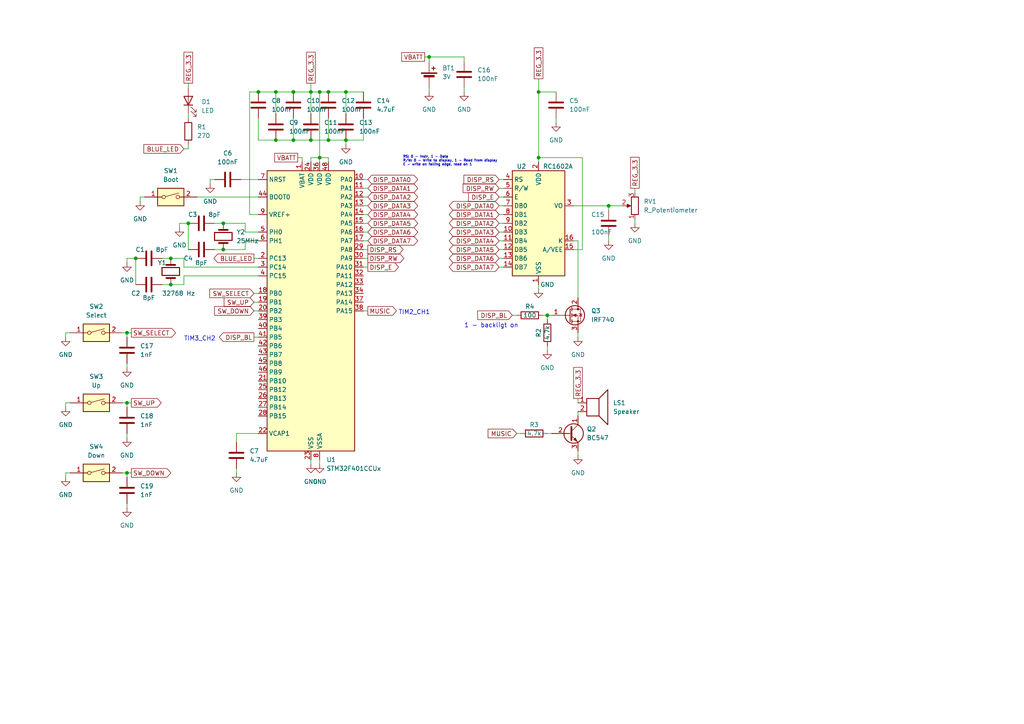
<source format=kicad_sch>
(kicad_sch (version 20230121) (generator eeschema)
  (paper "A4")
  (lib_symbols
    (symbol "Device:Battery_Cell" (pin_numbers hide) (pin_names (offset 0) hide)
      (property "Reference" "BT" (at 2.54 2.54 0))
      (property "Value" "Battery_Cell" (at 2.54 0 0))
      (symbol "Battery_Cell_0_1"
        (rectangle (start -2.286 1.778) (end 2.286 1.524) (fill (type outline)))
        (rectangle (start -1.524 1.016) (end 1.524 0.508) (fill (type outline)))
        (polyline (pts (xy 0 0.762) (xy 0 0)))
        (polyline (pts (xy 0 1.778) (xy 0 2.54)))
        (polyline (pts (xy 0.762 3.048) (xy 1.778 3.048)) (stroke (width 0.254)))
        (polyline (pts (xy 1.27 3.556) (xy 1.27 2.54)) (stroke (width 0.254)))
      )
      (symbol "Battery_Cell_1_1"
        (pin passive line (at 0 5.08 270) (length 2.54) (name "+") (number "1"))
        (pin passive line (at 0 -2.54 90) (length 2.54) (name "-") (number "2"))
      )
    )
    (symbol "Device:C" (pin_numbers hide) (pin_names (offset 0.254))
      (property "Reference" "C" (at 0.635 2.54 0))
      (property "Value" "C" (at 0.635 -2.54 0))
      (symbol "C_0_1"
        (polyline (pts (xy -2.032 -0.762) (xy 2.032 -0.762)) (stroke (width 0.508)))
        (polyline (pts (xy -2.032 0.762) (xy 2.032 0.762)) (stroke (width 0.508)))
      )
      (symbol "C_1_1"
        (pin passive line (at 0 3.81 270) (length 2.794) (name "~") (number "1"))
        (pin passive line (at 0 -3.81 90) (length 2.794) (name "~") (number "2"))
      )
    )
    (symbol "Device:Crystal" (pin_numbers hide) (pin_names (offset 1.016) hide)
      (property "Reference" "Y" (at 0 3.81 0))
      (property "Value" "Crystal" (at 0 -3.81 0))
      (symbol "Crystal_0_1"
        (rectangle (start -1.143 2.54) (end 1.143 -2.54) (stroke (width 0.3048)))
        (polyline (pts (xy -2.54 0) (xy -1.905 0)))
        (polyline (pts (xy -1.905 -1.27) (xy -1.905 1.27)) (stroke (width 0.508)))
        (polyline (pts (xy 1.905 -1.27) (xy 1.905 1.27)) (stroke (width 0.508)))
        (polyline (pts (xy 2.54 0) (xy 1.905 0)))
      )
      (symbol "Crystal_1_1"
        (pin passive line (at -3.81 0 0) (length 1.27) (name "1") (number "1"))
        (pin passive line (at 3.81 0 180) (length 1.27) (name "2") (number "2"))
      )
    )
    (symbol "Device:LED" (pin_numbers hide) (pin_names (offset 1.016) hide)
      (property "Reference" "D" (at 0 2.54 0))
      (property "Value" "LED" (at 0 -2.54 0))
      (symbol "LED_0_1"
        (polyline (pts (xy -1.27 -1.27) (xy -1.27 1.27)) (stroke (width 0.254)))
        (polyline (pts (xy -1.27 0) (xy 1.27 0)))
        (polyline (pts (xy 1.27 -1.27) (xy 1.27 1.27) (xy -1.27 0) (xy 1.27 -1.27)) (stroke (width 0.254)))
        (polyline (pts (xy -3.048 -0.762) (xy -4.572 -2.286) (xy -3.81 -2.286) (xy -4.572 -2.286) (xy -4.572 -1.524)))
        (polyline (pts (xy -1.778 -0.762) (xy -3.302 -2.286) (xy -2.54 -2.286) (xy -3.302 -2.286) (xy -3.302 -1.524)))
      )
      (symbol "LED_1_1"
        (pin passive line (at -3.81 0 0) (length 2.54) (name "K") (number "1"))
        (pin passive line (at 3.81 0 180) (length 2.54) (name "A") (number "2"))
      )
    )
    (symbol "Device:R" (pin_numbers hide) (pin_names (offset 0))
      (property "Reference" "R" (at 2.032 0 90))
      (property "Value" "R" (at 0 0 90))
      (symbol "R_0_1"
        (rectangle (start -1.016 -2.54) (end 1.016 2.54) (stroke (width 0.254)))
      )
      (symbol "R_1_1"
        (pin passive line (at 0 3.81 270) (length 1.27) (name "~") (number "1"))
        (pin passive line (at 0 -3.81 90) (length 1.27) (name "~") (number "2"))
      )
    )
    (symbol "Device:R_Potentiometer" (pin_names (offset 1.016) hide)
      (property "Reference" "RV" (at -4.445 0 90))
      (property "Value" "R_Potentiometer" (at -2.54 0 90))
      (symbol "R_Potentiometer_0_1"
        (polyline (pts (xy 2.54 0) (xy 1.524 0)))
        (polyline (pts (xy 1.143 0) (xy 2.286 0.508) (xy 2.286 -0.508) (xy 1.143 0)) (fill (type outline)))
        (rectangle (start 1.016 2.54) (end -1.016 -2.54) (stroke (width 0.254)))
      )
      (symbol "R_Potentiometer_1_1"
        (pin passive line (at 0 3.81 270) (length 1.27) (name "1") (number "1"))
        (pin passive line (at 3.81 0 180) (length 1.27) (name "2") (number "2"))
        (pin passive line (at 0 -3.81 90) (length 1.27) (name "3") (number "3"))
      )
    )
    (symbol "Device:Speaker" (pin_names (offset 0) hide)
      (property "Reference" "LS" (at 1.27 5.715 0))
      (property "Value" "Speaker" (at 1.27 3.81 0))
      (symbol "Speaker_0_0"
        (rectangle (start -2.54 1.27) (end 1.016 -3.81) (stroke (width 0.254)))
        (polyline (pts (xy 1.016 1.27) (xy 3.556 3.81) (xy 3.556 -6.35) (xy 1.016 -3.81)) (stroke (width 0.254)))
      )
      (symbol "Speaker_1_1"
        (pin input line (at -5.08 0 0) (length 2.54) (name "1") (number "1"))
        (pin input line (at -5.08 -2.54 0) (length 2.54) (name "2") (number "2"))
      )
    )
    (symbol "Display_Character:RC1602A"
      (property "Reference" "U" (at -6.35 16.51 0))
      (property "Value" "RC1602A" (at 2.794 16.51 0))
      (symbol "RC1602A_0_1"
        (rectangle (start -7.62 15.24) (end 7.62 -15.24) (stroke (width 0.254)) (fill (type background)))
      )
      (symbol "RC1602A_1_1"
        (pin power_in line (at 0 -17.78 90) (length 2.54) (name "VSS") (number "1"))
        (pin bidirectional line (at -10.16 -2.54 0) (length 2.54) (name "DB3") (number "10"))
        (pin bidirectional line (at -10.16 -5.08 0) (length 2.54) (name "DB4") (number "11"))
        (pin bidirectional line (at -10.16 -7.62 0) (length 2.54) (name "DB5") (number "12"))
        (pin bidirectional line (at -10.16 -10.16 0) (length 2.54) (name "DB6") (number "13"))
        (pin bidirectional line (at -10.16 -12.7 0) (length 2.54) (name "DB7") (number "14"))
        (pin power_in line (at 10.16 -7.62 180) (length 2.54) (name "A/VEE") (number "15"))
        (pin power_in line (at 10.16 -5.08 180) (length 2.54) (name "K") (number "16"))
        (pin power_in line (at 0 17.78 270) (length 2.54) (name "VDD") (number "2"))
        (pin power_in line (at 10.16 5.08 180) (length 2.54) (name "VO") (number "3"))
        (pin input line (at -10.16 12.7 0) (length 2.54) (name "RS") (number "4"))
        (pin input line (at -10.16 10.16 0) (length 2.54) (name "R/W") (number "5"))
        (pin input line (at -10.16 7.62 0) (length 2.54) (name "E") (number "6"))
        (pin bidirectional line (at -10.16 5.08 0) (length 2.54) (name "DB0") (number "7"))
        (pin bidirectional line (at -10.16 2.54 0) (length 2.54) (name "DB1") (number "8"))
        (pin bidirectional line (at -10.16 0 0) (length 2.54) (name "DB2") (number "9"))
      )
    )
    (symbol "MCU_ST_STM32F4:STM32F401CCUx"
      (property "Reference" "U" (at -12.7 41.91 0))
      (property "Value" "STM32F401CCUx" (at 7.62 41.91 0))
      (symbol "STM32F401CCUx_0_1"
        (rectangle (start -12.7 -40.64) (end 12.7 40.64) (stroke (width 0.254)) (fill (type background)))
      )
      (symbol "STM32F401CCUx_1_1"
        (pin power_in line (at -2.54 43.18 270) (length 2.54) (name "VBAT") (number "1"))
        (pin bidirectional line (at 15.24 38.1 180) (length 2.54) (name "PA0") (number "10"))
        (pin bidirectional line (at 15.24 35.56 180) (length 2.54) (name "PA1") (number "11"))
        (pin bidirectional line (at 15.24 33.02 180) (length 2.54) (name "PA2") (number "12"))
        (pin bidirectional line (at 15.24 30.48 180) (length 2.54) (name "PA3") (number "13"))
        (pin bidirectional line (at 15.24 27.94 180) (length 2.54) (name "PA4") (number "14"))
        (pin bidirectional line (at 15.24 25.4 180) (length 2.54) (name "PA5") (number "15"))
        (pin bidirectional line (at 15.24 22.86 180) (length 2.54) (name "PA6") (number "16"))
        (pin bidirectional line (at 15.24 20.32 180) (length 2.54) (name "PA7") (number "17"))
        (pin bidirectional line (at -15.24 5.08 0) (length 2.54) (name "PB0") (number "18"))
        (pin bidirectional line (at -15.24 2.54 0) (length 2.54) (name "PB1") (number "19"))
        (pin bidirectional line (at -15.24 15.24 0) (length 2.54) (name "PC13") (number "2"))
        (pin bidirectional line (at -15.24 0 0) (length 2.54) (name "PB2") (number "20"))
        (pin bidirectional line (at -15.24 -20.32 0) (length 2.54) (name "PB10") (number "21"))
        (pin power_out line (at -15.24 -35.56 0) (length 2.54) (name "VCAP1") (number "22"))
        (pin power_in line (at 0 -43.18 90) (length 2.54) (name "VSS") (number "23"))
        (pin power_in line (at 0 43.18 270) (length 2.54) (name "VDD") (number "24"))
        (pin bidirectional line (at -15.24 -22.86 0) (length 2.54) (name "PB12") (number "25"))
        (pin bidirectional line (at -15.24 -25.4 0) (length 2.54) (name "PB13") (number "26"))
        (pin bidirectional line (at -15.24 -27.94 0) (length 2.54) (name "PB14") (number "27"))
        (pin bidirectional line (at -15.24 -30.48 0) (length 2.54) (name "PB15") (number "28"))
        (pin bidirectional line (at 15.24 17.78 180) (length 2.54) (name "PA8") (number "29"))
        (pin bidirectional line (at -15.24 12.7 0) (length 2.54) (name "PC14") (number "3"))
        (pin bidirectional line (at 15.24 15.24 180) (length 2.54) (name "PA9") (number "30"))
        (pin bidirectional line (at 15.24 12.7 180) (length 2.54) (name "PA10") (number "31"))
        (pin bidirectional line (at 15.24 10.16 180) (length 2.54) (name "PA11") (number "32"))
        (pin bidirectional line (at 15.24 7.62 180) (length 2.54) (name "PA12") (number "33"))
        (pin bidirectional line (at 15.24 5.08 180) (length 2.54) (name "PA13") (number "34"))
        (pin passive line (at 0 -43.18 90) (length 2.54) hide (name "VSS") (number "35"))
        (pin power_in line (at 2.54 43.18 270) (length 2.54) (name "VDD") (number "36"))
        (pin bidirectional line (at 15.24 2.54 180) (length 2.54) (name "PA14") (number "37"))
        (pin bidirectional line (at 15.24 0 180) (length 2.54) (name "PA15") (number "38"))
        (pin bidirectional line (at -15.24 -2.54 0) (length 2.54) (name "PB3") (number "39"))
        (pin bidirectional line (at -15.24 10.16 0) (length 2.54) (name "PC15") (number "4"))
        (pin bidirectional line (at -15.24 -5.08 0) (length 2.54) (name "PB4") (number "40"))
        (pin bidirectional line (at -15.24 -7.62 0) (length 2.54) (name "PB5") (number "41"))
        (pin bidirectional line (at -15.24 -10.16 0) (length 2.54) (name "PB6") (number "42"))
        (pin bidirectional line (at -15.24 -12.7 0) (length 2.54) (name "PB7") (number "43"))
        (pin input line (at -15.24 33.02 0) (length 2.54) (name "BOOT0") (number "44"))
        (pin bidirectional line (at -15.24 -15.24 0) (length 2.54) (name "PB8") (number "45"))
        (pin bidirectional line (at -15.24 -17.78 0) (length 2.54) (name "PB9") (number "46"))
        (pin passive line (at 0 -43.18 90) (length 2.54) hide (name "VSS") (number "47"))
        (pin power_in line (at 5.08 43.18 270) (length 2.54) (name "VDD") (number "48"))
        (pin passive line (at 0 -43.18 90) (length 2.54) hide (name "VSS") (number "49"))
        (pin bidirectional line (at -15.24 22.86 0) (length 2.54) (name "PH0") (number "5"))
        (pin bidirectional line (at -15.24 20.32 0) (length 2.54) (name "PH1") (number "6"))
        (pin input line (at -15.24 38.1 0) (length 2.54) (name "NRST") (number "7"))
        (pin power_in line (at 2.54 -43.18 90) (length 2.54) (name "VSSA") (number "8"))
        (pin input line (at -15.24 27.94 0) (length 2.54) (name "VREF+") (number "9"))
      )
    )
    (symbol "Switch:SW_DIP_x01" (pin_names (offset 0) hide)
      (property "Reference" "SW" (at 0 3.81 0))
      (property "Value" "SW_DIP_x01" (at 0 -3.81 0))
      (symbol "SW_DIP_x01_0_0"
        (circle (center -2.032 0) (radius 0.508))
        (polyline (pts (xy -1.524 0.127) (xy 2.3622 1.1684)))
        (circle (center 2.032 0) (radius 0.508))
      )
      (symbol "SW_DIP_x01_0_1"
        (rectangle (start -3.81 2.54) (end 3.81 -2.54) (stroke (width 0.254)) (fill (type background)))
      )
      (symbol "SW_DIP_x01_1_1"
        (pin passive line (at -7.62 0 0) (length 5.08) (name "~") (number "1"))
        (pin passive line (at 7.62 0 180) (length 5.08) (name "~") (number "2"))
      )
    )
    (symbol "Transistor_BJT:BC547" (pin_names (offset 0) hide)
      (property "Reference" "Q" (at 5.08 1.905 0))
      (property "Value" "BC547" (at 5.08 0 0))
      (symbol "BC547_0_1"
        (polyline (pts (xy 0 0) (xy 0.635 0)))
        (polyline (pts (xy 0.635 0.635) (xy 2.54 2.54)))
        (polyline (pts (xy 0.635 -0.635) (xy 2.54 -2.54) (xy 2.54 -2.54)))
        (polyline (pts (xy 0.635 1.905) (xy 0.635 -1.905) (xy 0.635 -1.905)) (stroke (width 0.508)))
        (polyline (pts (xy 1.27 -1.778) (xy 1.778 -1.27) (xy 2.286 -2.286) (xy 1.27 -1.778) (xy 1.27 -1.778)) (fill (type outline)))
        (circle (center 1.27 0) (radius 2.8194) (stroke (width 0.254)))
      )
      (symbol "BC547_1_1"
        (pin passive line (at 2.54 5.08 270) (length 2.54) (name "C") (number "1"))
        (pin input line (at -5.08 0 0) (length 5.08) (name "B") (number "2"))
        (pin passive line (at 2.54 -5.08 90) (length 2.54) (name "E") (number "3"))
      )
    )
    (symbol "Transistor_FET:IRF740" (pin_names hide)
      (property "Reference" "Q" (at 6.35 1.905 0))
      (property "Value" "IRF740" (at 6.35 0 0))
      (symbol "IRF740_0_1"
        (polyline (pts (xy 0.254 0) (xy -2.54 0)))
        (polyline (pts (xy 0.254 1.905) (xy 0.254 -1.905)) (stroke (width 0.254)))
        (polyline (pts (xy 0.762 -1.27) (xy 0.762 -2.286)) (stroke (width 0.254)))
        (polyline (pts (xy 0.762 0.508) (xy 0.762 -0.508)) (stroke (width 0.254)))
        (polyline (pts (xy 0.762 2.286) (xy 0.762 1.27)) (stroke (width 0.254)))
        (polyline (pts (xy 2.54 2.54) (xy 2.54 1.778)))
        (polyline (pts (xy 2.54 -2.54) (xy 2.54 0) (xy 0.762 0)))
        (polyline (pts (xy 0.762 -1.778) (xy 3.302 -1.778) (xy 3.302 1.778) (xy 0.762 1.778)))
        (polyline (pts (xy 1.016 0) (xy 2.032 0.381) (xy 2.032 -0.381) (xy 1.016 0)) (fill (type outline)))
        (polyline (pts (xy 2.794 0.508) (xy 2.921 0.381) (xy 3.683 0.381) (xy 3.81 0.254)))
        (polyline (pts (xy 3.302 0.381) (xy 2.921 -0.254) (xy 3.683 -0.254) (xy 3.302 0.381)))
        (circle (center 1.651 0) (radius 2.794) (stroke (width 0.254)))
        (circle (center 2.54 -1.778) (radius 0.254) (fill (type outline)))
        (circle (center 2.54 1.778) (radius 0.254) (fill (type outline)))
      )
      (symbol "IRF740_1_1"
        (pin input line (at -5.08 0 0) (length 2.54) (name "G") (number "1"))
        (pin passive line (at 2.54 5.08 270) (length 2.54) (name "D") (number "2"))
        (pin passive line (at 2.54 -5.08 90) (length 2.54) (name "S") (number "3"))
      )
    )
    (symbol "power:GND" (power) (pin_names (offset 0))
      (property "Value" "GND" (at 0 -3.81 0))
      (symbol "GND_0_1"
        (polyline (pts (xy 0 0) (xy 0 -1.27) (xy 1.27 -1.27) (xy 0 -2.54) (xy -1.27 -1.27) (xy 0 -1.27)))
      )
      (symbol "GND_1_1"
        (pin power_in line (at 0 0 270) (length 0) hide (name "GND") (number "1"))
      )
    )
  )
  (junction (at 92.71 26.67))
  (junction (at 100.33 26.67))
  (junction (at 80.01 26.67))
  (junction (at 49.53 82.55))
  (junction (at 156.21 45.72))
  (junction (at 64.77 72.39))
  (junction (at 54.61 64.77))
  (junction (at 92.71 45.72))
  (junction (at 36.83 96.52))
  (junction (at 85.09 26.67))
  (junction (at 158.75 91.44))
  (junction (at 49.53 74.93))
  (junction (at 90.17 40.64))
  (junction (at 85.09 40.64))
  (junction (at 90.17 26.67))
  (junction (at 124.46 16.51))
  (junction (at 74.93 26.67))
  (junction (at 36.83 137.16))
  (junction (at 80.01 40.64))
  (junction (at 64.77 64.77))
  (junction (at 39.37 74.93))
  (junction (at 176.53 59.69))
  (junction (at 100.33 40.64))
  (junction (at 156.21 26.67))
  (junction (at 95.25 26.67))
  (junction (at 95.25 40.64))
  (junction (at 36.83 116.84))
  (wire (pts (xy 19.05 116.84) (xy 20.32 116.84)))
  (wire (pts (xy 46.99 82.55) (xy 49.53 82.55)))
  (wire (pts (xy 144.78 52.07) (xy 146.05 52.07)))
  (wire (pts (xy 168.91 72.39) (xy 168.91 45.72)))
  (wire (pts (xy 92.71 133.35) (xy 92.71 134.62)))
  (wire (pts (xy 90.17 133.35) (xy 90.17 134.62)))
  (wire (pts (xy 144.78 69.85) (xy 146.05 69.85)))
  (wire (pts (xy 74.93 34.29) (xy 74.93 40.64)))
  (wire (pts (xy 72.39 26.67) (xy 72.39 62.23)))
  (wire (pts (xy 19.05 137.16) (xy 20.32 137.16)))
  (wire (pts (xy 148.59 91.44) (xy 149.86 91.44)))
  (wire (pts (xy 105.41 59.69) (xy 106.68 59.69)))
  (wire (pts (xy 166.37 59.69) (xy 176.53 59.69)))
  (wire (pts (xy 36.83 74.93) (xy 39.37 74.93)))
  (wire (pts (xy 19.05 138.43) (xy 19.05 137.16)))
  (wire (pts (xy 92.71 26.67) (xy 95.25 26.67)))
  (wire (pts (xy 184.15 54.61) (xy 184.15 55.88)))
  (wire (pts (xy 73.66 97.79) (xy 74.93 97.79)))
  (wire (pts (xy 144.78 72.39) (xy 146.05 72.39)))
  (wire (pts (xy 105.41 52.07) (xy 106.68 52.07)))
  (wire (pts (xy 100.33 26.67) (xy 100.33 33.02)))
  (wire (pts (xy 68.58 135.89) (xy 68.58 137.16)))
  (wire (pts (xy 74.93 67.31) (xy 71.12 67.31)))
  (wire (pts (xy 176.53 59.69) (xy 176.53 60.96)))
  (wire (pts (xy 90.17 45.72) (xy 92.71 45.72)))
  (wire (pts (xy 36.83 105.41) (xy 36.83 106.68)))
  (wire (pts (xy 85.09 34.29) (xy 85.09 40.64)))
  (wire (pts (xy 90.17 26.67) (xy 90.17 33.02)))
  (wire (pts (xy 40.64 58.42) (xy 40.64 57.15)))
  (wire (pts (xy 144.78 57.15) (xy 146.05 57.15)))
  (wire (pts (xy 134.62 16.51) (xy 134.62 17.78)))
  (wire (pts (xy 167.64 130.81) (xy 167.64 132.08)))
  (wire (pts (xy 36.83 125.73) (xy 36.83 127)))
  (wire (pts (xy 156.21 26.67) (xy 156.21 45.72)))
  (wire (pts (xy 73.66 74.93) (xy 74.93 74.93)))
  (wire (pts (xy 74.93 80.01) (xy 53.34 80.01)))
  (wire (pts (xy 144.78 62.23) (xy 146.05 62.23)))
  (wire (pts (xy 36.83 137.16) (xy 38.1 137.16)))
  (wire (pts (xy 92.71 26.67) (xy 92.71 45.72)))
  (wire (pts (xy 184.15 63.5) (xy 184.15 64.77)))
  (wire (pts (xy 73.66 85.09) (xy 74.93 85.09)))
  (wire (pts (xy 19.05 118.11) (xy 19.05 116.84)))
  (wire (pts (xy 36.83 118.11) (xy 36.83 116.84)))
  (wire (pts (xy 73.66 87.63) (xy 74.93 87.63)))
  (wire (pts (xy 71.12 67.31) (xy 71.12 64.77)))
  (wire (pts (xy 149.86 125.73) (xy 151.13 125.73)))
  (wire (pts (xy 168.91 45.72) (xy 156.21 45.72)))
  (wire (pts (xy 62.23 72.39) (xy 64.77 72.39)))
  (wire (pts (xy 144.78 64.77) (xy 146.05 64.77)))
  (wire (pts (xy 36.83 97.79) (xy 36.83 96.52)))
  (wire (pts (xy 166.37 72.39) (xy 168.91 72.39)))
  (wire (pts (xy 69.85 52.07) (xy 74.93 52.07)))
  (wire (pts (xy 105.41 67.31) (xy 106.68 67.31)))
  (wire (pts (xy 36.83 76.2) (xy 36.83 74.93)))
  (wire (pts (xy 36.83 116.84) (xy 35.56 116.84)))
  (wire (pts (xy 62.23 64.77) (xy 64.77 64.77)))
  (wire (pts (xy 19.05 97.79) (xy 19.05 96.52)))
  (wire (pts (xy 54.61 64.77) (xy 54.61 72.39)))
  (wire (pts (xy 90.17 26.67) (xy 92.71 26.67)))
  (wire (pts (xy 60.96 52.07) (xy 62.23 52.07)))
  (wire (pts (xy 71.12 69.85) (xy 71.12 72.39)))
  (wire (pts (xy 144.78 67.31) (xy 146.05 67.31)))
  (wire (pts (xy 124.46 25.4) (xy 124.46 26.67)))
  (wire (pts (xy 156.21 26.67) (xy 161.29 26.67)))
  (wire (pts (xy 90.17 45.72) (xy 90.17 46.99)))
  (wire (pts (xy 57.15 57.15) (xy 74.93 57.15)))
  (wire (pts (xy 105.41 57.15) (xy 106.68 57.15)))
  (wire (pts (xy 105.41 69.85) (xy 106.68 69.85)))
  (wire (pts (xy 52.07 64.77) (xy 54.61 64.77)))
  (wire (pts (xy 100.33 26.67) (xy 105.41 26.67)))
  (wire (pts (xy 71.12 64.77) (xy 64.77 64.77)))
  (wire (pts (xy 124.46 16.51) (xy 123.19 16.51)))
  (wire (pts (xy 72.39 26.67) (xy 74.93 26.67)))
  (wire (pts (xy 85.09 26.67) (xy 90.17 26.67)))
  (wire (pts (xy 80.01 40.64) (xy 85.09 40.64)))
  (wire (pts (xy 36.83 96.52) (xy 35.56 96.52)))
  (wire (pts (xy 54.61 43.18) (xy 54.61 41.91)))
  (wire (pts (xy 105.41 90.17) (xy 106.68 90.17)))
  (wire (pts (xy 40.64 57.15) (xy 41.91 57.15)))
  (wire (pts (xy 105.41 64.77) (xy 106.68 64.77)))
  (wire (pts (xy 158.75 92.71) (xy 158.75 91.44)))
  (wire (pts (xy 124.46 16.51) (xy 134.62 16.51)))
  (wire (pts (xy 134.62 25.4) (xy 134.62 26.67)))
  (wire (pts (xy 53.34 77.47) (xy 53.34 74.93)))
  (wire (pts (xy 144.78 77.47) (xy 146.05 77.47)))
  (wire (pts (xy 95.25 34.29) (xy 95.25 40.64)))
  (wire (pts (xy 68.58 125.73) (xy 74.93 125.73)))
  (wire (pts (xy 176.53 68.58) (xy 176.53 69.85)))
  (wire (pts (xy 53.34 43.18) (xy 54.61 43.18)))
  (wire (pts (xy 92.71 45.72) (xy 95.25 45.72)))
  (wire (pts (xy 100.33 40.64) (xy 105.41 40.64)))
  (wire (pts (xy 167.64 96.52) (xy 167.64 97.79)))
  (wire (pts (xy 167.64 69.85) (xy 166.37 69.85)))
  (wire (pts (xy 156.21 22.86) (xy 156.21 26.67)))
  (wire (pts (xy 52.07 66.04) (xy 52.07 64.77)))
  (wire (pts (xy 36.83 137.16) (xy 35.56 137.16)))
  (wire (pts (xy 74.93 69.85) (xy 71.12 69.85)))
  (wire (pts (xy 36.83 138.43) (xy 36.83 137.16)))
  (wire (pts (xy 157.48 91.44) (xy 158.75 91.44)))
  (wire (pts (xy 95.25 45.72) (xy 95.25 46.99)))
  (wire (pts (xy 87.63 45.72) (xy 87.63 46.99)))
  (wire (pts (xy 46.99 74.93) (xy 49.53 74.93)))
  (wire (pts (xy 144.78 74.93) (xy 146.05 74.93)))
  (wire (pts (xy 85.09 40.64) (xy 90.17 40.64)))
  (wire (pts (xy 90.17 24.13) (xy 90.17 26.67)))
  (wire (pts (xy 124.46 17.78) (xy 124.46 16.51)))
  (wire (pts (xy 95.25 26.67) (xy 100.33 26.67)))
  (wire (pts (xy 144.78 59.69) (xy 146.05 59.69)))
  (wire (pts (xy 53.34 80.01) (xy 53.34 82.55)))
  (wire (pts (xy 68.58 128.27) (xy 68.58 125.73)))
  (wire (pts (xy 60.96 53.34) (xy 60.96 52.07)))
  (wire (pts (xy 86.36 45.72) (xy 87.63 45.72)))
  (wire (pts (xy 156.21 45.72) (xy 156.21 46.99)))
  (wire (pts (xy 36.83 116.84) (xy 38.1 116.84)))
  (wire (pts (xy 53.34 82.55) (xy 49.53 82.55)))
  (wire (pts (xy 158.75 91.44) (xy 160.02 91.44)))
  (wire (pts (xy 74.93 62.23) (xy 72.39 62.23)))
  (wire (pts (xy 54.61 24.13) (xy 54.61 25.4)))
  (wire (pts (xy 80.01 26.67) (xy 80.01 33.02)))
  (wire (pts (xy 105.41 77.47) (xy 106.68 77.47)))
  (wire (pts (xy 156.21 82.55) (xy 156.21 83.82)))
  (wire (pts (xy 105.41 62.23) (xy 106.68 62.23)))
  (wire (pts (xy 144.78 54.61) (xy 146.05 54.61)))
  (wire (pts (xy 105.41 40.64) (xy 105.41 34.29)))
  (wire (pts (xy 167.64 69.85) (xy 167.64 86.36)))
  (wire (pts (xy 158.75 125.73) (xy 160.02 125.73)))
  (wire (pts (xy 73.66 90.17) (xy 74.93 90.17)))
  (wire (pts (xy 39.37 74.93) (xy 39.37 82.55)))
  (wire (pts (xy 74.93 40.64) (xy 80.01 40.64)))
  (wire (pts (xy 74.93 77.47) (xy 53.34 77.47)))
  (wire (pts (xy 105.41 54.61) (xy 106.68 54.61)))
  (wire (pts (xy 100.33 40.64) (xy 100.33 41.91)))
  (wire (pts (xy 161.29 34.29) (xy 161.29 35.56)))
  (wire (pts (xy 105.41 74.93) (xy 106.68 74.93)))
  (wire (pts (xy 53.34 74.93) (xy 49.53 74.93)))
  (wire (pts (xy 176.53 59.69) (xy 180.34 59.69)))
  (wire (pts (xy 54.61 33.02) (xy 54.61 34.29)))
  (wire (pts (xy 158.75 100.33) (xy 158.75 101.6)))
  (wire (pts (xy 92.71 45.72) (xy 92.71 46.99)))
  (wire (pts (xy 80.01 26.67) (xy 85.09 26.67)))
  (wire (pts (xy 167.64 119.38) (xy 167.64 120.65)))
  (wire (pts (xy 105.41 72.39) (xy 106.68 72.39)))
  (wire (pts (xy 95.25 40.64) (xy 100.33 40.64)))
  (wire (pts (xy 36.83 96.52) (xy 38.1 96.52)))
  (wire (pts (xy 71.12 72.39) (xy 64.77 72.39)))
  (wire (pts (xy 36.83 146.05) (xy 36.83 147.32)))
  (wire (pts (xy 74.93 26.67) (xy 80.01 26.67)))
  (wire (pts (xy 167.64 115.57) (xy 167.64 116.84)))
  (wire (pts (xy 19.05 96.52) (xy 20.32 96.52)))
  (wire (pts (xy 90.17 40.64) (xy 95.25 40.64)))
  (text "RS: 0 - Instr, 1 - Data\nR/W: 0 - Write to display, 1 - Read from display\nE - write on falling edge, read on 1" (at 116.84 48.26 0) (effects (font (size 0.7 0.7)) (justify left bottom)))
  (text "TIM2_CH1" (at 115.57 91.44 0) (effects (font (size 1.27 1.27)) (justify left bottom)))
  (text "TIM3_CH2" (at 53.34 99.06 0) (effects (font (size 1.27 1.27)) (justify left bottom)))
  (text "1 - backligt on" (at 134.62 95.25 0) (effects (font (size 1.27 1.27)) (justify left bottom)))
  (global_label "MUSIC" (shape output) (at 106.68 90.17 0) (property "Intersheetrefs" "${INTERSHEET_REFS}" (effects hide)))
  (global_label "DISP_DATA7" (shape bidirectional) (at 106.68 69.85 0) (property "Intersheetrefs" "${INTERSHEET_REFS}" (effects hide)))
  (global_label "REG_3.3" (shape passive) (at 90.17 24.13 90) (property "Intersheetrefs" "${INTERSHEET_REFS}" (effects hide)))
  (global_label "DISP_E" (shape output) (at 106.68 77.47 0) (property "Intersheetrefs" "${INTERSHEET_REFS}" (effects hide)))
  (global_label "MUSIC" (shape input) (at 149.86 125.73 180) (property "Intersheetrefs" "${INTERSHEET_REFS}" (effects hide)))
  (global_label "DISP_DATA7" (shape bidirectional) (at 144.78 77.47 180) (property "Intersheetrefs" "${INTERSHEET_REFS}" (effects hide)))
  (global_label "SW_SELECT" (shape input) (at 73.66 85.09 180) (property "Intersheetrefs" "${INTERSHEET_REFS}" (effects hide)))
  (global_label "DISP_DATA5" (shape bidirectional) (at 144.78 72.39 180) (property "Intersheetrefs" "${INTERSHEET_REFS}" (effects hide)))
  (global_label "REG_3.3" (shape passive) (at 184.15 54.61 90) (property "Intersheetrefs" "${INTERSHEET_REFS}" (effects hide)))
  (global_label "DISP_DATA1" (shape bidirectional) (at 144.78 62.23 180) (property "Intersheetrefs" "${INTERSHEET_REFS}" (effects hide)))
  (global_label "DISP_DATA1" (shape bidirectional) (at 106.68 54.61 0) (property "Intersheetrefs" "${INTERSHEET_REFS}" (effects hide)))
  (global_label "DISP_RS" (shape output) (at 106.68 72.39 0) (property "Intersheetrefs" "${INTERSHEET_REFS}" (effects hide)))
  (global_label "VBATT" (shape passive) (at 86.36 45.72 180) (property "Intersheetrefs" "${INTERSHEET_REFS}" (effects hide)))
  (global_label "SW_UP" (shape output) (at 38.1 116.84 0) (property "Intersheetrefs" "${INTERSHEET_REFS}" (effects hide)))
  (global_label "REG_3.3" (shape passive) (at 54.61 24.13 90) (property "Intersheetrefs" "${INTERSHEET_REFS}" (effects hide)))
  (global_label "DISP_E" (shape input) (at 144.78 57.15 180) (property "Intersheetrefs" "${INTERSHEET_REFS}" (effects hide)))
  (global_label "REG_3.3" (shape passive) (at 167.64 115.57 90) (property "Intersheetrefs" "${INTERSHEET_REFS}" (effects hide)))
  (global_label "BLUE_LED" (shape output) (at 73.66 74.93 180) (property "Intersheetrefs" "${INTERSHEET_REFS}" (effects hide)))
  (global_label "DISP_RS" (shape input) (at 144.78 52.07 180) (property "Intersheetrefs" "${INTERSHEET_REFS}" (effects hide)))
  (global_label "DISP_DATA2" (shape bidirectional) (at 144.78 64.77 180) (property "Intersheetrefs" "${INTERSHEET_REFS}" (effects hide)))
  (global_label "SW_SELECT" (shape output) (at 38.1 96.52 0) (property "Intersheetrefs" "${INTERSHEET_REFS}" (effects hide)))
  (global_label "DISP_RW" (shape output) (at 106.68 74.93 0) (property "Intersheetrefs" "${INTERSHEET_REFS}" (effects hide)))
  (global_label "REG_3.3" (shape passive) (at 156.21 22.86 90) (property "Intersheetrefs" "${INTERSHEET_REFS}" (effects hide)))
  (global_label "DISP_DATA4" (shape bidirectional) (at 144.78 69.85 180) (property "Intersheetrefs" "${INTERSHEET_REFS}" (effects hide)))
  (global_label "DISP_DATA6" (shape bidirectional) (at 106.68 67.31 0) (property "Intersheetrefs" "${INTERSHEET_REFS}" (effects hide)))
  (global_label "DISP_BL" (shape input) (at 148.59 91.44 180) (property "Intersheetrefs" "${INTERSHEET_REFS}" (effects hide)))
  (global_label "DISP_DATA2" (shape bidirectional) (at 106.68 57.15 0) (property "Intersheetrefs" "${INTERSHEET_REFS}" (effects hide)))
  (global_label "DISP_DATA5" (shape bidirectional) (at 106.68 64.77 0) (property "Intersheetrefs" "${INTERSHEET_REFS}" (effects hide)))
  (global_label "SW_DOWN" (shape output) (at 38.1 137.16 0) (property "Intersheetrefs" "${INTERSHEET_REFS}" (effects hide)))
  (global_label "DISP_DATA3" (shape bidirectional) (at 144.78 67.31 180) (property "Intersheetrefs" "${INTERSHEET_REFS}" (effects hide)))
  (global_label "SW_UP" (shape input) (at 73.66 87.63 180) (property "Intersheetrefs" "${INTERSHEET_REFS}" (effects hide)))
  (global_label "DISP_DATA6" (shape bidirectional) (at 144.78 74.93 180) (property "Intersheetrefs" "${INTERSHEET_REFS}" (effects hide)))
  (global_label "DISP_DATA4" (shape bidirectional) (at 106.68 62.23 0) (property "Intersheetrefs" "${INTERSHEET_REFS}" (effects hide)))
  (global_label "SW_DOWN" (shape input) (at 73.66 90.17 180) (property "Intersheetrefs" "${INTERSHEET_REFS}" (effects hide)))
  (global_label "DISP_DATA0" (shape bidirectional) (at 106.68 52.07 0) (property "Intersheetrefs" "${INTERSHEET_REFS}" (effects hide)))
  (global_label "DISP_BL" (shape output) (at 73.66 97.79 180) (property "Intersheetrefs" "${INTERSHEET_REFS}" (effects hide)))
  (global_label "DISP_DATA3" (shape bidirectional) (at 106.68 59.69 0) (property "Intersheetrefs" "${INTERSHEET_REFS}" (effects hide)))
  (global_label "BLUE_LED" (shape input) (at 53.34 43.18 180) (property "Intersheetrefs" "${INTERSHEET_REFS}" (effects hide)))
  (global_label "VBATT" (shape passive) (at 123.19 16.51 180) (property "Intersheetrefs" "${INTERSHEET_REFS}" (effects hide)))
  (global_label "DISP_DATA0" (shape bidirectional) (at 144.78 59.69 180) (property "Intersheetrefs" "${INTERSHEET_REFS}" (effects hide)))
  (global_label "DISP_RW" (shape input) (at 144.78 54.61 180) (property "Intersheetrefs" "${INTERSHEET_REFS}" (effects hide)))
  (symbol (lib_id "Device:Speaker") (at 172.72 116.84 0) (unit 1)
    (property "Reference" "LS1" (at 177.8 116.84 0) (effects (justify left)))
    (property "Value" "Speaker" (at 177.8 119.38 0) (effects (justify left)))
  )
  (symbol (lib_id "Device:Crystal") (at 64.77 68.58 90) (unit 1)
    (property "Reference" "Y2" (at 68.58 67.31 90) (effects (justify right)))
    (property "Value" "25MHz" (at 68.58 69.85 90) (effects (justify right)))
  )
  (symbol (lib_id "Device:C") (at 134.62 21.59 0) (unit 1)
    (property "Reference" "C16" (at 138.43 20.32 0) (effects (justify left)))
    (property "Value" "100nF" (at 138.43 22.86 0) (effects (justify left)))
  )
  (symbol (lib_id "Device:C") (at 36.83 142.24 0) (unit 1)
    (property "Reference" "C19" (at 40.64 140.97 0) (effects (justify left)))
    (property "Value" "1nF" (at 40.64 143.51 0) (effects (justify left)))
  )
  (symbol (lib_id "Switch:SW_DIP_x01") (at 27.94 96.52 0) (unit 1)
    (property "Reference" "SW2" (at 27.94 88.9 0))
    (property "Value" "Select" (at 27.94 91.44 0))
  )
  (symbol (lib_id "Device:C") (at 105.41 30.48 0) (unit 1)
    (property "Reference" "C14" (at 109.22 29.21 0) (effects (justify left)))
    (property "Value" "4.7uF" (at 109.22 31.75 0) (effects (justify left)))
  )
  (symbol (lib_id "power:GND") (at 161.29 35.56 0) (unit 1)
    (property "Reference" "#PWR011" (effects hide))
    (property "Value" "GND" (at 161.29 40.64 0))
  )
  (symbol (lib_id "power:GND") (at 36.83 76.2 0) (unit 1)
    (property "Reference" "#PWR01" (effects hide))
    (property "Value" "GND" (at 36.83 81.28 0))
  )
  (symbol (lib_id "Device:R") (at 153.67 91.44 90) (unit 1)
    (property "Reference" "R4" (at 153.67 88.9 90))
    (property "Value" "100" (at 153.67 91.44 90))
  )
  (symbol (lib_id "Device:R_Potentiometer") (at 184.15 59.69 180) (unit 1)
    (property "Reference" "RV1" (at 186.69 58.42 0) (effects (justify right)))
    (property "Value" "R_Potentiometer" (at 186.69 60.96 0) (effects (justify right)))
  )
  (symbol (lib_id "power:GND") (at 19.05 138.43 0) (unit 1)
    (property "Reference" "#PWR022" (effects hide))
    (property "Value" "GND" (at 19.05 143.51 0))
  )
  (symbol (lib_id "Device:Battery_Cell") (at 124.46 22.86 0) (unit 1)
    (property "Reference" "BT1" (at 128.27 19.7485 0) (effects (justify left)))
    (property "Value" "3V" (at 128.27 22.2885 0) (effects (justify left)))
  )
  (symbol (lib_id "Transistor_FET:IRF740") (at 165.1 91.44 0) (unit 1)
    (property "Reference" "Q3" (at 171.45 90.17 0) (effects (justify left)))
    (property "Value" "IRF740" (at 171.45 92.71 0) (effects (justify left)))
    (property "Footprint" "Package_TO_SOT_THT:TO-220-3_Vertical" (effects hide))
    (property "Datasheet" "http://www.vishay.com/docs/91054/91054.pdf" (effects hide))
  )
  (symbol (lib_id "power:GND") (at 19.05 118.11 0) (unit 1)
    (property "Reference" "#PWR020" (effects hide))
    (property "Value" "GND" (at 19.05 123.19 0))
  )
  (symbol (lib_id "power:GND") (at 36.83 127 0) (unit 1)
    (property "Reference" "#PWR021" (effects hide))
    (property "Value" "GND" (at 36.83 132.08 0))
  )
  (symbol (lib_id "Device:LED") (at 54.61 29.21 90) (unit 1)
    (property "Reference" "D1" (at 58.42 29.5275 90) (effects (justify right)))
    (property "Value" "LED" (at 58.42 32.0675 90) (effects (justify right)))
  )
  (symbol (lib_id "Device:C") (at 80.01 36.83 0) (unit 1)
    (property "Reference" "C9" (at 83.82 35.56 0) (effects (justify left)))
    (property "Value" "100nF" (at 83.82 38.1 0) (effects (justify left)))
  )
  (symbol (lib_id "Device:Crystal") (at 49.53 78.74 90) (unit 1)
    (property "Reference" "Y1" (at 45.72 76.2 90) (effects (justify right)))
    (property "Value" "32768 Hz" (at 46.99 85.09 90) (effects (justify right)))
  )
  (symbol (lib_id "Device:C") (at 85.09 30.48 0) (unit 1)
    (property "Reference" "C10" (at 88.9 29.21 0) (effects (justify left)))
    (property "Value" "100nF" (at 88.9 31.75 0) (effects (justify left)))
  )
  (symbol (lib_id "power:GND") (at 36.83 147.32 0) (unit 1)
    (property "Reference" "#PWR023" (effects hide))
    (property "Value" "GND" (at 36.83 152.4 0))
  )
  (symbol (lib_id "power:GND") (at 100.33 41.91 0) (unit 1)
    (property "Reference" "#PWR010" (effects hide))
    (property "Value" "GND" (at 100.33 46.99 0))
  )
  (symbol (lib_id "Transistor_BJT:BC547") (at 165.1 125.73 0) (unit 1)
    (property "Reference" "Q2" (at 170.18 124.46 0) (effects (justify left)))
    (property "Value" "BC547" (at 170.18 127 0) (effects (justify left)))
    (property "Footprint" "Package_TO_SOT_THT:TO-92_Inline" (effects hide))
    (property "Datasheet" "https://www.onsemi.com/pub/Collateral/BC550-D.pdf" (effects hide))
  )
  (symbol (lib_id "Switch:SW_DIP_x01") (at 49.53 57.15 0) (unit 1)
    (property "Reference" "SW1" (at 49.53 49.53 0))
    (property "Value" "Boot" (at 49.53 52.07 0))
  )
  (symbol (lib_id "Device:R") (at 158.75 96.52 180) (unit 1)
    (property "Reference" "R2" (at 156.21 96.52 90))
    (property "Value" "4.7k" (at 158.75 96.52 90))
  )
  (symbol (lib_id "Switch:SW_DIP_x01") (at 27.94 137.16 0) (unit 1)
    (property "Reference" "SW4" (at 27.94 129.54 0))
    (property "Value" "Down" (at 27.94 132.08 0))
  )
  (symbol (lib_id "Device:C") (at 100.33 36.83 0) (unit 1)
    (property "Reference" "C13" (at 104.14 35.56 0) (effects (justify left)))
    (property "Value" "100nF" (at 104.14 38.1 0) (effects (justify left)))
  )
  (symbol (lib_id "power:GND") (at 52.07 66.04 0) (unit 1)
    (property "Reference" "#PWR04" (effects hide))
    (property "Value" "GND" (at 52.07 71.12 0))
  )
  (symbol (lib_id "Device:C") (at 68.58 132.08 0) (unit 1)
    (property "Reference" "C7" (at 72.39 130.81 0) (effects (justify left)))
    (property "Value" "4.7uF" (at 72.39 133.35 0) (effects (justify left)))
  )
  (symbol (lib_id "Device:R") (at 54.61 38.1 180) (unit 1)
    (property "Reference" "R1" (at 57.15 36.83 0) (effects (justify right)))
    (property "Value" "270" (at 57.15 39.37 0) (effects (justify right)))
  )
  (symbol (lib_id "Switch:SW_DIP_x01") (at 27.94 116.84 0) (unit 1)
    (property "Reference" "SW3" (at 27.94 109.22 0))
    (property "Value" "Up" (at 27.94 111.76 0))
  )
  (symbol (lib_id "power:GND") (at 92.71 134.62 0) (unit 1)
    (property "Reference" "#PWR09" (effects hide))
    (property "Value" "GND" (at 92.71 139.7 0))
  )
  (symbol (lib_id "power:GND") (at 156.21 83.82 0) (unit 1)
    (property "Reference" "#PWR02" (effects hide))
    (property "Value" "GND" (at 158.75 82.55 0))
  )
  (symbol (lib_id "Device:C") (at 43.18 82.55 90) (unit 1)
    (property "Reference" "C2" (at 39.37 85.09 90))
    (property "Value" "8pF" (at 43.18 86.36 90))
  )
  (symbol (lib_id "power:GND") (at 90.17 134.62 0) (unit 1)
    (property "Reference" "#PWR08" (effects hide))
    (property "Value" "GND" (at 90.17 139.7 0))
  )
  (symbol (lib_id "power:GND") (at 184.15 64.77 0) (unit 1)
    (property "Reference" "#PWR012" (effects hide))
    (property "Value" "GND" (at 184.15 69.85 0))
  )
  (symbol (lib_id "power:GND") (at 68.58 137.16 0) (unit 1)
    (property "Reference" "#PWR07" (effects hide))
    (property "Value" "GND" (at 68.58 142.24 0))
  )
  (symbol (lib_id "power:GND") (at 124.46 26.67 0) (unit 1)
    (property "Reference" "#PWR014" (effects hide))
    (property "Value" "GND" (at 124.46 31.75 0))
  )
  (symbol (lib_id "MCU_ST_STM32F4:STM32F401CCUx") (at 90.17 90.17 0) (unit 1)
    (property "Reference" "U1" (at 94.6659 133.35 0) (effects (justify left)))
    (property "Value" "STM32F401CCUx" (at 94.6659 135.89 0) (effects (justify left)))
    (property "Footprint" "Package_DFN_QFN:QFN-48-1EP_7x7mm_P0.5mm_EP5.6x5.6mm" (effects hide))
    (property "Datasheet" "https://www.st.com/resource/en/datasheet/stm32f401cc.pdf" (effects hide))
  )
  (symbol (lib_id "Device:C") (at 66.04 52.07 90) (unit 1)
    (property "Reference" "C6" (at 66.04 44.45 90))
    (property "Value" "100nF" (at 66.04 46.99 90))
  )
  (symbol (lib_id "Display_Character:RC1602A") (at 156.21 64.77 0) (unit 1)
    (property "Reference" "U2" (at 149.86 48.26 0) (effects (justify left)))
    (property "Value" "RC1602A" (at 157.48 48.26 0) (effects (justify left)))
    (property "Footprint" "Display:RC1602A" (effects hide))
    (property "Datasheet" "http://www.raystar-optronics.com/down.php?ProID=18" (effects hide))
  )
  (symbol (lib_id "power:GND") (at 40.64 58.42 0) (unit 1)
    (property "Reference" "#PWR03" (effects hide))
    (property "Value" "GND" (at 40.64 63.5 0))
  )
  (symbol (lib_id "power:GND") (at 134.62 26.67 0) (unit 1)
    (property "Reference" "#PWR015" (effects hide))
    (property "Value" "GND" (at 134.62 31.75 0))
  )
  (symbol (lib_id "Device:C") (at 95.25 30.48 0) (unit 1)
    (property "Reference" "C12" (at 99.06 29.21 0) (effects (justify left)))
    (property "Value" "100nF" (at 99.06 31.75 0) (effects (justify left)))
  )
  (symbol (lib_id "Device:C") (at 43.18 74.93 90) (unit 1)
    (property "Reference" "C1" (at 40.64 72.39 90))
    (property "Value" "8pF" (at 46.99 72.39 90))
  )
  (symbol (lib_id "Device:C") (at 36.83 101.6 0) (unit 1)
    (property "Reference" "C17" (at 40.64 100.33 0) (effects (justify left)))
    (property "Value" "1nF" (at 40.64 102.87 0) (effects (justify left)))
  )
  (symbol (lib_id "Device:C") (at 58.42 64.77 90) (unit 1)
    (property "Reference" "C3" (at 55.88 62.23 90))
    (property "Value" "8pF" (at 62.23 62.23 90))
  )
  (symbol (lib_id "Device:C") (at 74.93 30.48 0) (unit 1)
    (property "Reference" "C8" (at 78.74 29.21 0) (effects (justify left)))
    (property "Value" "100nF" (at 78.74 31.75 0) (effects (justify left)))
  )
  (symbol (lib_id "Device:C") (at 161.29 30.48 0) (unit 1)
    (property "Reference" "C5" (at 165.1 29.21 0) (effects (justify left)))
    (property "Value" "100nF" (at 165.1 31.75 0) (effects (justify left)))
  )
  (symbol (lib_id "power:GND") (at 60.96 53.34 0) (unit 1)
    (property "Reference" "#PWR05" (effects hide))
    (property "Value" "GND" (at 60.96 58.42 0))
  )
  (symbol (lib_id "power:GND") (at 167.64 97.79 0) (unit 1)
    (property "Reference" "#PWR06" (effects hide))
    (property "Value" "GND" (at 167.64 102.87 0))
  )
  (symbol (lib_id "Device:C") (at 36.83 121.92 0) (unit 1)
    (property "Reference" "C18" (at 40.64 120.65 0) (effects (justify left)))
    (property "Value" "1nF" (at 40.64 123.19 0) (effects (justify left)))
  )
  (symbol (lib_id "power:GND") (at 19.05 97.79 0) (unit 1)
    (property "Reference" "#PWR018" (effects hide))
    (property "Value" "GND" (at 19.05 102.87 0))
  )
  (symbol (lib_id "Device:R") (at 154.94 125.73 90) (unit 1)
    (property "Reference" "R3" (at 154.94 123.19 90))
    (property "Value" "4.7k" (at 154.94 125.73 90))
  )
  (symbol (lib_id "Device:C") (at 58.42 72.39 90) (unit 1)
    (property "Reference" "C4" (at 54.61 74.93 90))
    (property "Value" "8pF" (at 58.42 76.2 90))
  )
  (symbol (lib_id "power:GND") (at 167.64 132.08 0) (unit 1)
    (property "Reference" "#PWR016" (effects hide))
    (property "Value" "GND" (at 167.64 137.16 0))
  )
  (symbol (lib_id "power:GND") (at 176.53 69.85 0) (unit 1)
    (property "Reference" "#PWR013" (effects hide))
    (property "Value" "GND" (at 176.53 74.93 0))
  )
  (symbol (lib_id "Device:C") (at 90.17 36.83 0) (unit 1)
    (property "Reference" "C11" (at 93.98 35.56 0) (effects (justify left)))
    (property "Value" "100nF" (at 93.98 38.1 0) (effects (justify left)))
  )
  (symbol (lib_id "power:GND") (at 158.75 101.6 0) (unit 1)
    (property "Reference" "#PWR017" (effects hide))
    (property "Value" "GND" (at 158.75 106.68 0))
  )
  (symbol (lib_id "Device:C") (at 176.53 64.77 0) (unit 1)
    (property "Reference" "C15" (at 171.45 62.23 0) (effects (justify left)))
    (property "Value" "100nF" (at 171.45 67.31 0) (effects (justify left)))
  )
  (symbol (lib_id "power:GND") (at 36.83 106.68 0) (unit 1)
    (property "Reference" "#PWR019" (effects hide))
    (property "Value" "GND" (at 36.83 111.76 0))
  )
)
</source>
